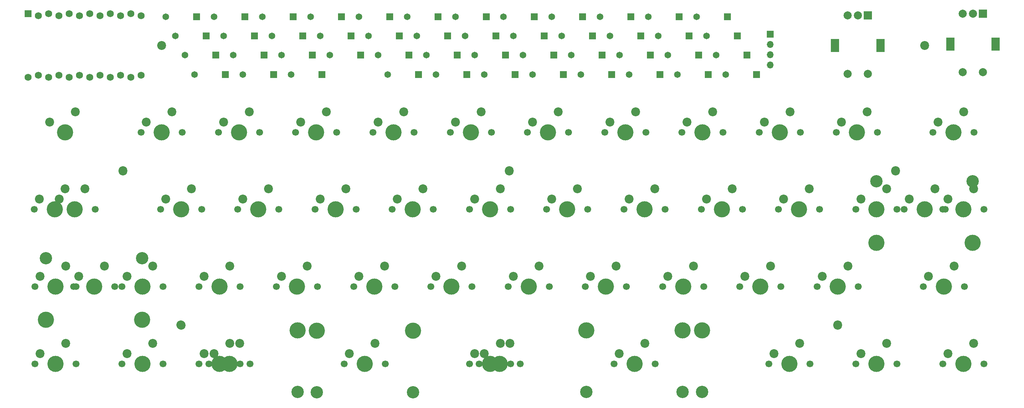
<source format=gbs>
%TF.GenerationSoftware,KiCad,Pcbnew,(6.0.0-0)*%
%TF.CreationDate,2022-04-10T20:29:34+02:00*%
%TF.ProjectId,litl,6c69746c-2e6b-4696-9361-645f70636258,rev?*%
%TF.SameCoordinates,Original*%
%TF.FileFunction,Soldermask,Bot*%
%TF.FilePolarity,Negative*%
%FSLAX46Y46*%
G04 Gerber Fmt 4.6, Leading zero omitted, Abs format (unit mm)*
G04 Created by KiCad (PCBNEW (6.0.0-0)) date 2022-04-10 20:29:34*
%MOMM*%
%LPD*%
G01*
G04 APERTURE LIST*
%ADD10C,2.200000*%
%ADD11C,1.700000*%
%ADD12C,4.000000*%
%ADD13C,1.651000*%
%ADD14R,1.651000X1.651000*%
%ADD15C,3.050000*%
%ADD16R,2.000000X3.200000*%
%ADD17R,2.000000X2.000000*%
%ADD18C,2.000000*%
%ADD19R,1.700000X1.700000*%
%ADD20O,1.700000X1.700000*%
%ADD21R,1.752600X1.752600*%
%ADD22C,1.752600*%
G04 APERTURE END LIST*
D10*
X66850000Y-105050000D03*
D11*
X110130000Y-76400000D03*
D12*
X105050000Y-76400000D03*
D11*
X99970000Y-76400000D03*
D10*
X107590000Y-71320000D03*
X101240000Y-73860000D03*
D11*
X100580000Y-95500000D03*
X90420000Y-95500000D03*
D12*
X95500000Y-95500000D03*
D10*
X98040000Y-90420000D03*
X91690000Y-92960000D03*
D13*
X103627500Y-38200000D03*
D14*
X111247500Y-38200000D03*
D10*
X62075000Y-35812500D03*
D11*
X52220000Y-95500000D03*
D12*
X57300000Y-95500000D03*
D11*
X62380000Y-95500000D03*
D10*
X59840000Y-90420000D03*
X53490000Y-92960000D03*
X52512500Y-66800000D03*
D12*
X57262500Y-103720000D03*
X45362500Y-95480000D03*
X33462500Y-103720000D03*
D11*
X50442500Y-95480000D03*
X40282500Y-95480000D03*
D15*
X33462500Y-88480000D03*
X57262500Y-88480000D03*
D10*
X47902500Y-90400000D03*
X41552500Y-92940000D03*
X66837500Y-105000000D03*
D13*
X125115000Y-33425000D03*
D14*
X132735000Y-33425000D03*
D13*
X134665000Y-28650000D03*
D14*
X142285000Y-28650000D03*
D11*
X255157500Y-76400000D03*
D12*
X260237500Y-76400000D03*
D11*
X265317500Y-76400000D03*
D10*
X262777500Y-71320000D03*
X256427500Y-73860000D03*
D13*
X67815000Y-38200000D03*
D14*
X75435000Y-38200000D03*
D11*
X185920000Y-95500000D03*
D12*
X191000000Y-95500000D03*
D11*
X196080000Y-95500000D03*
D10*
X193540000Y-90420000D03*
X187190000Y-92960000D03*
D12*
X138475000Y-57300000D03*
D11*
X143555000Y-57300000D03*
X133395000Y-57300000D03*
D10*
X141015000Y-52220000D03*
X134665000Y-54760000D03*
D11*
X212182500Y-114600000D03*
X222342500Y-114600000D03*
D12*
X217262500Y-114600000D03*
D10*
X219802500Y-109520000D03*
X213452500Y-112060000D03*
D13*
X101240000Y-33425000D03*
D14*
X108860000Y-33425000D03*
D13*
X63040000Y-28650000D03*
D14*
X70660000Y-28650000D03*
D11*
X124455000Y-57300000D03*
X114295000Y-57300000D03*
D12*
X119375000Y-57300000D03*
D10*
X121915000Y-52220000D03*
X115565000Y-54760000D03*
D13*
X172865000Y-33425000D03*
D14*
X180485000Y-33425000D03*
D11*
X166820000Y-95500000D03*
X176980000Y-95500000D03*
D12*
X171900000Y-95500000D03*
D10*
X174440000Y-90420000D03*
X168090000Y-92960000D03*
D13*
X77365000Y-33425000D03*
D14*
X84985000Y-33425000D03*
D13*
X115565000Y-38200000D03*
D14*
X123185000Y-38200000D03*
D12*
X133700000Y-95500000D03*
D11*
X138780000Y-95500000D03*
X128620000Y-95500000D03*
D10*
X136240000Y-90420000D03*
X129890000Y-92960000D03*
D15*
X238787500Y-69400000D03*
D12*
X238787500Y-84640000D03*
D11*
X245607500Y-76400000D03*
X255767500Y-76400000D03*
D12*
X262587500Y-84640000D03*
D15*
X262587500Y-69400000D03*
D12*
X250687500Y-76400000D03*
D10*
X253227500Y-71320000D03*
X246877500Y-73860000D03*
D13*
X165702500Y-42975000D03*
D14*
X173322500Y-42975000D03*
D12*
X167080000Y-106350000D03*
X190880000Y-106350000D03*
D15*
X167080000Y-121590000D03*
X190880000Y-121590000D03*
D12*
X178980000Y-114590000D03*
D11*
X173900000Y-114590000D03*
X184060000Y-114590000D03*
D10*
X181520000Y-109510000D03*
X175170000Y-112050000D03*
D11*
X148340000Y-114650000D03*
X138180000Y-114650000D03*
D12*
X143260000Y-114650000D03*
D10*
X145800000Y-109570000D03*
X139450000Y-112110000D03*
D13*
X79752500Y-38200000D03*
D14*
X87372500Y-38200000D03*
D11*
X30580000Y-76400000D03*
D12*
X35660000Y-76400000D03*
D11*
X40740000Y-76400000D03*
D10*
X38200000Y-71320000D03*
X31850000Y-73860000D03*
D12*
X176675000Y-57300000D03*
D11*
X181755000Y-57300000D03*
X171595000Y-57300000D03*
D10*
X179215000Y-52220000D03*
X172865000Y-54760000D03*
D11*
X252770000Y-57300000D03*
X262930000Y-57300000D03*
D12*
X257850000Y-57300000D03*
D10*
X260390000Y-52220000D03*
X254040000Y-54760000D03*
D13*
X201515000Y-42975000D03*
D14*
X209135000Y-42975000D03*
D13*
X86915000Y-28650000D03*
D14*
X94535000Y-28650000D03*
D10*
X243512500Y-66800000D03*
D11*
X71320000Y-95500000D03*
D12*
X76400000Y-95500000D03*
D11*
X81480000Y-95500000D03*
D10*
X78940000Y-90420000D03*
X72590000Y-92960000D03*
D13*
X196740000Y-33425000D03*
D14*
X204360000Y-33425000D03*
D11*
X119680000Y-95500000D03*
D12*
X114600000Y-95500000D03*
D11*
X109520000Y-95500000D03*
D10*
X117140000Y-90420000D03*
X110790000Y-92960000D03*
D12*
X38200000Y-57300000D03*
D10*
X40740000Y-52220000D03*
X34390000Y-54760000D03*
D12*
X81175000Y-57300000D03*
D11*
X86255000Y-57300000D03*
X76095000Y-57300000D03*
D10*
X83715000Y-52220000D03*
X77365000Y-54760000D03*
X148025000Y-66850000D03*
D13*
X127502500Y-38200000D03*
D14*
X135122500Y-38200000D03*
D13*
X187190000Y-38200000D03*
D14*
X194810000Y-38200000D03*
D13*
X158540000Y-28650000D03*
D14*
X166160000Y-28650000D03*
D12*
X57300000Y-114600000D03*
D11*
X52220000Y-114600000D03*
X62380000Y-114600000D03*
D10*
X59840000Y-109520000D03*
X53490000Y-112060000D03*
X229200000Y-105050000D03*
X52525000Y-66850000D03*
D16*
X228555400Y-35812500D03*
X239755400Y-35812500D03*
D17*
X236655400Y-28312500D03*
D18*
X231655400Y-28312500D03*
X234155400Y-28312500D03*
X231655400Y-42812500D03*
X236655400Y-42812500D03*
D12*
X214875000Y-57300000D03*
D11*
X219955000Y-57300000D03*
X209795000Y-57300000D03*
D10*
X217415000Y-52220000D03*
X211065000Y-54760000D03*
D13*
X94077500Y-42975000D03*
D14*
X101697500Y-42975000D03*
D13*
X148990000Y-33425000D03*
D14*
X156610000Y-33425000D03*
D13*
X160927500Y-33425000D03*
D14*
X168547500Y-33425000D03*
D11*
X195470000Y-76400000D03*
X205630000Y-76400000D03*
D12*
X200550000Y-76400000D03*
D10*
X203090000Y-71320000D03*
X196740000Y-73860000D03*
D12*
X181450000Y-76400000D03*
D11*
X176370000Y-76400000D03*
X186530000Y-76400000D03*
D10*
X183990000Y-71320000D03*
X177640000Y-73860000D03*
D13*
X194352500Y-28650000D03*
D14*
X201972500Y-28650000D03*
D13*
X117952500Y-42975000D03*
D14*
X125572500Y-42975000D03*
D13*
X163315000Y-38200000D03*
D14*
X170935000Y-38200000D03*
D12*
X124150000Y-76400000D03*
D11*
X129230000Y-76400000D03*
X119070000Y-76400000D03*
D10*
X126690000Y-71320000D03*
X120340000Y-73860000D03*
D11*
X80870000Y-76400000D03*
X91030000Y-76400000D03*
D12*
X85950000Y-76400000D03*
D10*
X88490000Y-71320000D03*
X82140000Y-73860000D03*
D13*
X199127500Y-38200000D03*
D14*
X206747500Y-38200000D03*
D16*
X257025000Y-35427000D03*
X268225000Y-35427000D03*
D17*
X265125000Y-27927000D03*
D18*
X260125000Y-27927000D03*
X262625000Y-27927000D03*
X260125000Y-42427000D03*
X265125000Y-42427000D03*
D10*
X229187500Y-105000000D03*
D11*
X105355000Y-57300000D03*
X95195000Y-57300000D03*
D12*
X100275000Y-57300000D03*
D10*
X102815000Y-52220000D03*
X96465000Y-54760000D03*
D13*
X98852500Y-28650000D03*
D14*
X106472500Y-28650000D03*
D10*
X243525000Y-66850000D03*
D11*
X138170000Y-76400000D03*
D12*
X143250000Y-76400000D03*
D11*
X148330000Y-76400000D03*
D10*
X145790000Y-71320000D03*
X139440000Y-73860000D03*
D11*
X265317500Y-114600000D03*
D12*
X260237500Y-114600000D03*
D11*
X255157500Y-114600000D03*
D10*
X262777500Y-109520000D03*
X256427500Y-112060000D03*
D13*
X110790000Y-28650000D03*
D14*
X118410000Y-28650000D03*
D11*
X162655000Y-57300000D03*
D12*
X157575000Y-57300000D03*
D11*
X152495000Y-57300000D03*
D10*
X160115000Y-52220000D03*
X153765000Y-54760000D03*
D13*
X137052500Y-33425000D03*
D14*
X144672500Y-33425000D03*
D11*
X167430000Y-76400000D03*
X157270000Y-76400000D03*
D12*
X162350000Y-76400000D03*
D10*
X164890000Y-71320000D03*
X158540000Y-73860000D03*
D11*
X200855000Y-57300000D03*
X190695000Y-57300000D03*
D12*
X195775000Y-57300000D03*
D10*
X198315000Y-52220000D03*
X191965000Y-54760000D03*
D11*
X30732500Y-114600000D03*
X40892500Y-114600000D03*
D12*
X35812500Y-114600000D03*
D10*
X38352500Y-109520000D03*
X32002500Y-112060000D03*
D12*
X229200000Y-95500000D03*
D11*
X224120000Y-95500000D03*
X234280000Y-95500000D03*
D10*
X231740000Y-90420000D03*
X225390000Y-92960000D03*
D12*
X145637500Y-114610000D03*
X195637500Y-106370000D03*
X95637500Y-106370000D03*
D15*
X95637500Y-121610000D03*
D11*
X150717500Y-114610000D03*
X140557500Y-114610000D03*
D15*
X195637500Y-121610000D03*
D10*
X148177500Y-109530000D03*
X141827500Y-112070000D03*
D13*
X153765000Y-42975000D03*
D14*
X161385000Y-42975000D03*
D13*
X65427500Y-33425000D03*
D14*
X73047500Y-33425000D03*
D13*
X177640000Y-42975000D03*
D14*
X185260000Y-42975000D03*
D11*
X224730000Y-76400000D03*
X214570000Y-76400000D03*
D12*
X219650000Y-76400000D03*
D10*
X222190000Y-71320000D03*
X215840000Y-73860000D03*
D19*
X212487500Y-32967500D03*
D20*
X212487500Y-35507500D03*
X212487500Y-38047500D03*
X212487500Y-40587500D03*
D11*
X233670000Y-114600000D03*
X243830000Y-114600000D03*
D12*
X238750000Y-114600000D03*
D10*
X241290000Y-109520000D03*
X234940000Y-112060000D03*
D12*
X78787500Y-114600000D03*
D11*
X83867500Y-114600000D03*
X73707500Y-114600000D03*
D10*
X81327500Y-109520000D03*
X74977500Y-112060000D03*
D13*
X184802500Y-33425000D03*
D14*
X192422500Y-33425000D03*
D11*
X81480000Y-114600000D03*
D12*
X76400000Y-114600000D03*
D11*
X71320000Y-114600000D03*
D10*
X78940000Y-109520000D03*
X72590000Y-112060000D03*
D11*
X205020000Y-95500000D03*
X215180000Y-95500000D03*
D12*
X210100000Y-95500000D03*
D10*
X212640000Y-90420000D03*
X206290000Y-92960000D03*
D12*
X100410000Y-106378000D03*
D11*
X107230000Y-114618000D03*
D12*
X124210000Y-106378000D03*
D15*
X100410000Y-121618000D03*
X124210000Y-121618000D03*
D12*
X112310000Y-114618000D03*
D11*
X117390000Y-114618000D03*
D10*
X114850000Y-109538000D03*
X108500000Y-112078000D03*
D13*
X70202500Y-42975000D03*
D14*
X77822500Y-42975000D03*
D10*
X148012500Y-66800000D03*
D13*
X129890000Y-42975000D03*
D14*
X137510000Y-42975000D03*
D11*
X56995000Y-57300000D03*
D12*
X62075000Y-57300000D03*
D11*
X67155000Y-57300000D03*
D10*
X64615000Y-52220000D03*
X58265000Y-54760000D03*
D13*
X74977500Y-28650000D03*
D14*
X82597500Y-28650000D03*
D13*
X113177500Y-33425000D03*
D14*
X120797500Y-33425000D03*
D13*
X82140000Y-42975000D03*
D14*
X89760000Y-42975000D03*
D12*
X255462500Y-95500000D03*
D11*
X250382500Y-95500000D03*
X260542500Y-95500000D03*
D10*
X258002500Y-90420000D03*
X251652500Y-92960000D03*
D11*
X147720000Y-95500000D03*
D12*
X152800000Y-95500000D03*
D11*
X157880000Y-95500000D03*
D10*
X155340000Y-90420000D03*
X148990000Y-92960000D03*
D13*
X170477500Y-28650000D03*
D14*
X178097500Y-28650000D03*
D13*
X141827500Y-42975000D03*
D14*
X149447500Y-42975000D03*
D10*
X66837500Y-105000000D03*
D13*
X151377500Y-38200000D03*
D14*
X158997500Y-38200000D03*
D13*
X91690000Y-38200000D03*
D14*
X99310000Y-38200000D03*
D12*
X35812500Y-95500000D03*
D11*
X40892500Y-95500000D03*
X30732500Y-95500000D03*
D10*
X38352500Y-90420000D03*
X32002500Y-92960000D03*
D13*
X139440000Y-38200000D03*
D14*
X147060000Y-38200000D03*
D11*
X228895000Y-57300000D03*
D12*
X233975000Y-57300000D03*
D11*
X239055000Y-57300000D03*
D10*
X236515000Y-52220000D03*
X230165000Y-54760000D03*
D13*
X89302500Y-33425000D03*
D14*
X96922500Y-33425000D03*
D13*
X182415000Y-28650000D03*
D14*
X190035000Y-28650000D03*
D12*
X66850000Y-76400000D03*
D11*
X71930000Y-76400000D03*
X61770000Y-76400000D03*
D10*
X69390000Y-71320000D03*
X63040000Y-73860000D03*
D13*
X122727500Y-28650000D03*
D14*
X130347500Y-28650000D03*
D10*
X250687500Y-35812500D03*
D13*
X146602500Y-28650000D03*
D14*
X154222500Y-28650000D03*
D13*
X175252500Y-38200000D03*
D14*
X182872500Y-38200000D03*
D13*
X189577500Y-42975000D03*
D14*
X197197500Y-42975000D03*
D11*
X35507500Y-76400000D03*
X45667500Y-76400000D03*
D12*
X40587500Y-76400000D03*
D10*
X43127500Y-71320000D03*
X36777500Y-73860000D03*
D11*
X243830000Y-76400000D03*
D12*
X238750000Y-76400000D03*
D11*
X233670000Y-76400000D03*
D10*
X241290000Y-71320000D03*
X234940000Y-73860000D03*
D21*
X29005000Y-27963900D03*
D22*
X31545000Y-28421100D03*
X34085000Y-27963900D03*
X36625000Y-28421100D03*
X39165000Y-27963900D03*
X41705000Y-28421100D03*
X44245000Y-27963900D03*
X46785000Y-28421100D03*
X49325000Y-27963900D03*
X51865000Y-28421100D03*
X54405000Y-27963900D03*
X56945000Y-28421100D03*
X56945000Y-43203900D03*
X54405000Y-43661100D03*
X51865000Y-43203900D03*
X49325000Y-43661100D03*
X46785000Y-43203900D03*
X44245000Y-43661100D03*
X41705000Y-43203900D03*
X39165000Y-43661100D03*
X36625000Y-43203900D03*
X34085000Y-43661100D03*
X31545000Y-43203900D03*
X29005000Y-43661100D03*
M02*

</source>
